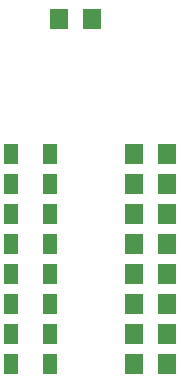
<source format=gbr>
G04 EAGLE Gerber RS-274X export*
G75*
%MOMM*%
%FSLAX34Y34*%
%LPD*%
%INSolderpaste Bottom*%
%IPPOS*%
%AMOC8*
5,1,8,0,0,1.08239X$1,22.5*%
G01*
%ADD10R,1.200000X1.800000*%
%ADD11R,1.600000X1.800000*%


D10*
X753100Y292100D03*
X720100Y292100D03*
X753100Y190500D03*
X720100Y190500D03*
X753100Y317500D03*
X720100Y317500D03*
X753100Y215900D03*
X720100Y215900D03*
X753100Y165100D03*
X720100Y165100D03*
X753100Y266700D03*
X720100Y266700D03*
X753100Y241300D03*
X720100Y241300D03*
X753100Y342900D03*
X720100Y342900D03*
D11*
X824200Y165100D03*
X852200Y165100D03*
X824200Y241300D03*
X852200Y241300D03*
X824200Y266700D03*
X852200Y266700D03*
X824200Y342900D03*
X852200Y342900D03*
X824200Y292100D03*
X852200Y292100D03*
X824200Y190500D03*
X852200Y190500D03*
X824200Y215900D03*
X852200Y215900D03*
X824200Y317500D03*
X852200Y317500D03*
X788700Y457200D03*
X760700Y457200D03*
M02*

</source>
